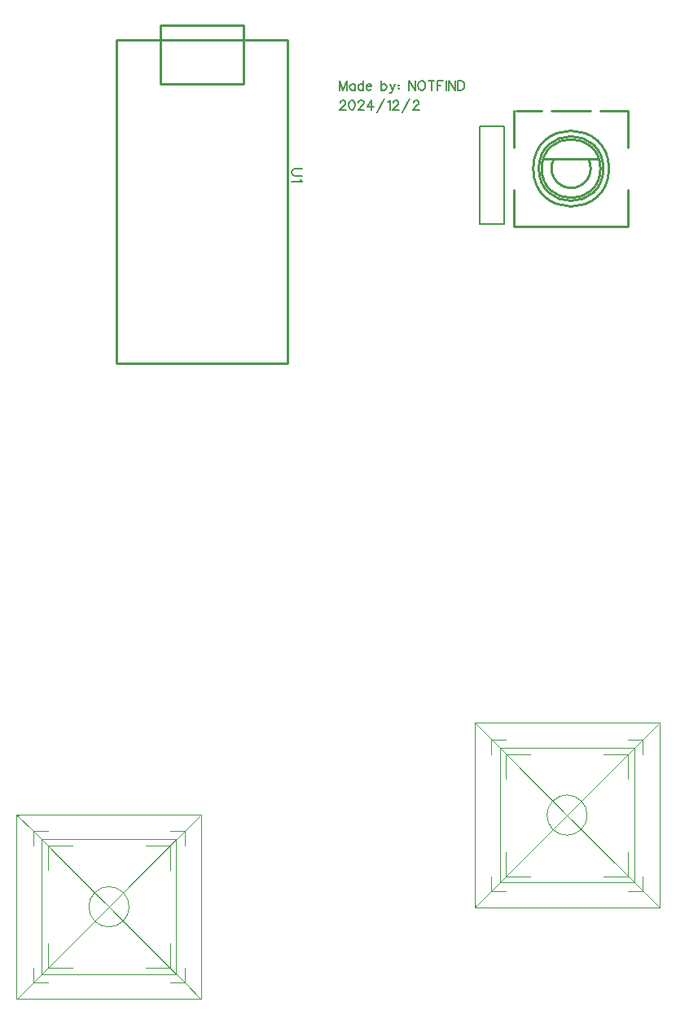
<source format=gto>
G04 Layer: TopSilkscreenLayer*
G04 EasyEDA v6.5.48, 2025-01-23 00:24:19*
G04 679677d7e51945128001c62092012e12,98668e1c1e3843b3a942620e40044077,10*
G04 Gerber Generator version 0.2*
G04 Scale: 100 percent, Rotated: No, Reflected: No *
G04 Dimensions in inches *
G04 leading zeros omitted , absolute positions ,3 integer and 6 decimal *
%FSLAX36Y36*%
%MOIN*%

%ADD10C,0.0080*%
%ADD11C,0.0060*%
%ADD12C,0.0079*%
%ADD13C,0.0100*%
%ADD14C,0.0039*%
%ADD15C,0.0039*%
%ADD16C,0.0059*%
%ADD17C,0.0128*%

%LPD*%
D10*
X1881999Y3942399D02*
G01*
X1881999Y3904200D01*
X1881999Y3942399D02*
G01*
X1896499Y3904200D01*
X1911099Y3942399D02*
G01*
X1896499Y3904200D01*
X1911099Y3942399D02*
G01*
X1911099Y3904200D01*
X1944899Y3929600D02*
G01*
X1944899Y3904200D01*
X1944899Y3924200D02*
G01*
X1941300Y3927800D01*
X1937600Y3929600D01*
X1932200Y3929600D01*
X1928500Y3927800D01*
X1924899Y3924200D01*
X1923100Y3918699D01*
X1923100Y3915100D01*
X1924899Y3909600D01*
X1928500Y3905999D01*
X1932200Y3904200D01*
X1937600Y3904200D01*
X1941300Y3905999D01*
X1944899Y3909600D01*
X1978699Y3942399D02*
G01*
X1978699Y3904200D01*
X1978699Y3924200D02*
G01*
X1975100Y3927800D01*
X1971499Y3929600D01*
X1966000Y3929600D01*
X1962399Y3927800D01*
X1958699Y3924200D01*
X1956899Y3918699D01*
X1956899Y3915100D01*
X1958699Y3909600D01*
X1962399Y3905999D01*
X1966000Y3904200D01*
X1971499Y3904200D01*
X1975100Y3905999D01*
X1978699Y3909600D01*
X1990699Y3918699D02*
G01*
X2012500Y3918699D01*
X2012500Y3922399D01*
X2010699Y3925999D01*
X2008900Y3927800D01*
X2005299Y3929600D01*
X1999799Y3929600D01*
X1996199Y3927800D01*
X1992500Y3924200D01*
X1990699Y3918699D01*
X1990699Y3915100D01*
X1992500Y3909600D01*
X1996199Y3905999D01*
X1999799Y3904200D01*
X2005299Y3904200D01*
X2008900Y3905999D01*
X2012500Y3909600D01*
X2052500Y3942399D02*
G01*
X2052500Y3904200D01*
X2052500Y3924200D02*
G01*
X2056199Y3927800D01*
X2059799Y3929600D01*
X2065299Y3929600D01*
X2068900Y3927800D01*
X2072500Y3924200D01*
X2074399Y3918699D01*
X2074399Y3915100D01*
X2072500Y3909600D01*
X2068900Y3905999D01*
X2065299Y3904200D01*
X2059799Y3904200D01*
X2056199Y3905999D01*
X2052500Y3909600D01*
X2088199Y3929600D02*
G01*
X2099099Y3904200D01*
X2110000Y3929600D02*
G01*
X2099099Y3904200D01*
X2095500Y3896900D01*
X2091800Y3893299D01*
X2088199Y3891500D01*
X2086400Y3891500D01*
X2123800Y3925999D02*
G01*
X2121999Y3924200D01*
X2123800Y3922399D01*
X2125600Y3924200D01*
X2123800Y3925999D01*
X2123800Y3913299D02*
G01*
X2121999Y3911500D01*
X2123800Y3909600D01*
X2125600Y3911500D01*
X2123800Y3913299D01*
X2165600Y3942399D02*
G01*
X2165600Y3904200D01*
X2165600Y3942399D02*
G01*
X2191099Y3904200D01*
X2191099Y3942399D02*
G01*
X2191099Y3904200D01*
X2213999Y3942399D02*
G01*
X2210399Y3940500D01*
X2206700Y3936900D01*
X2204899Y3933299D01*
X2203100Y3927800D01*
X2203100Y3918699D01*
X2204899Y3913299D01*
X2206700Y3909600D01*
X2210399Y3905999D01*
X2213999Y3904200D01*
X2221300Y3904200D01*
X2224899Y3905999D01*
X2228500Y3909600D01*
X2230399Y3913299D01*
X2232200Y3918699D01*
X2232200Y3927800D01*
X2230399Y3933299D01*
X2228500Y3936900D01*
X2224899Y3940500D01*
X2221300Y3942399D01*
X2213999Y3942399D01*
X2256899Y3942399D02*
G01*
X2256899Y3904200D01*
X2244200Y3942399D02*
G01*
X2269600Y3942399D01*
X2281599Y3942399D02*
G01*
X2281599Y3904200D01*
X2281599Y3942399D02*
G01*
X2305299Y3942399D01*
X2281599Y3924200D02*
G01*
X2296199Y3924200D01*
X2317299Y3942399D02*
G01*
X2317299Y3904200D01*
X2329300Y3942399D02*
G01*
X2329300Y3904200D01*
X2329300Y3942399D02*
G01*
X2354700Y3904200D01*
X2354700Y3942399D02*
G01*
X2354700Y3904200D01*
X2366700Y3942399D02*
G01*
X2366700Y3904200D01*
X2366700Y3942399D02*
G01*
X2379499Y3942399D01*
X2384899Y3940500D01*
X2388500Y3936900D01*
X2390399Y3933299D01*
X2392200Y3927800D01*
X2392200Y3918699D01*
X2390399Y3913299D01*
X2388500Y3909600D01*
X2384899Y3905999D01*
X2379499Y3904200D01*
X2366700Y3904200D01*
X1883800Y3853299D02*
G01*
X1883800Y3855100D01*
X1885600Y3858699D01*
X1887500Y3860500D01*
X1891099Y3862399D01*
X1898400Y3862399D01*
X1901999Y3860500D01*
X1903800Y3858699D01*
X1905600Y3855100D01*
X1905600Y3851500D01*
X1903800Y3847800D01*
X1900200Y3842399D01*
X1881999Y3824200D01*
X1907500Y3824200D01*
X1930399Y3862399D02*
G01*
X1924899Y3860500D01*
X1921300Y3855100D01*
X1919499Y3845999D01*
X1919499Y3840500D01*
X1921300Y3831500D01*
X1924899Y3825999D01*
X1930399Y3824200D01*
X1933999Y3824200D01*
X1939499Y3825999D01*
X1943100Y3831500D01*
X1944899Y3840500D01*
X1944899Y3845999D01*
X1943100Y3855100D01*
X1939499Y3860500D01*
X1933999Y3862399D01*
X1930399Y3862399D01*
X1958699Y3853299D02*
G01*
X1958699Y3855100D01*
X1960500Y3858699D01*
X1962399Y3860500D01*
X1966000Y3862399D01*
X1973299Y3862399D01*
X1976899Y3860500D01*
X1978699Y3858699D01*
X1980500Y3855100D01*
X1980500Y3851500D01*
X1978699Y3847800D01*
X1975100Y3842399D01*
X1956899Y3824200D01*
X1982399Y3824200D01*
X2012500Y3862399D02*
G01*
X1994399Y3836900D01*
X2021599Y3836900D01*
X2012500Y3862399D02*
G01*
X2012500Y3824200D01*
X2066400Y3869600D02*
G01*
X2033599Y3811500D01*
X2078400Y3855100D02*
G01*
X2081999Y3856900D01*
X2087500Y3862399D01*
X2087500Y3824200D01*
X2101300Y3853299D02*
G01*
X2101300Y3855100D01*
X2103100Y3858699D01*
X2104899Y3860500D01*
X2108500Y3862399D01*
X2115799Y3862399D01*
X2119499Y3860500D01*
X2121300Y3858699D01*
X2123100Y3855100D01*
X2123100Y3851500D01*
X2121300Y3847800D01*
X2117600Y3842399D01*
X2099499Y3824200D01*
X2124899Y3824200D01*
X2169600Y3869600D02*
G01*
X2136899Y3811500D01*
X2183500Y3853299D02*
G01*
X2183500Y3855100D01*
X2185299Y3858699D01*
X2187100Y3860500D01*
X2190699Y3862399D01*
X2198000Y3862399D01*
X2201599Y3860500D01*
X2203500Y3858699D01*
X2205299Y3855100D01*
X2205299Y3851500D01*
X2203500Y3847800D01*
X2199799Y3842399D01*
X2181599Y3824200D01*
X2207100Y3824200D01*
D11*
X1728400Y3583000D02*
G01*
X1697700Y3583000D01*
X1691599Y3580999D01*
X1687500Y3576900D01*
X1685500Y3570700D01*
X1685500Y3566599D01*
X1687500Y3560500D01*
X1691599Y3556399D01*
X1697700Y3554400D01*
X1728400Y3554400D01*
X1720200Y3540900D02*
G01*
X1722299Y3536799D01*
X1728400Y3530599D01*
X1685500Y3530599D01*
D12*
X2455000Y3756999D02*
G01*
X2555000Y3756999D01*
X2555000Y3356999D01*
X2455000Y3356999D01*
X2455000Y3756999D01*
D13*
X1148000Y4168000D02*
G01*
X1147899Y4168000D01*
X1488100Y4168000D01*
X1488100Y3928000D01*
X1147899Y3928000D01*
X1148000Y4168000D01*
X968000Y4108000D02*
G01*
X1668000Y4108000D01*
X1668000Y2785050D01*
X968000Y2785050D01*
X968000Y4108000D01*
X3061252Y3346754D02*
G01*
X2596685Y3346754D01*
X2718968Y3622975D02*
G01*
X2938968Y3622975D01*
X2596685Y3346754D02*
G01*
X2596685Y3497471D01*
X2596685Y3668479D02*
G01*
X2596685Y3819196D01*
X2604969Y3819196D02*
G01*
X2708269Y3819196D01*
X2749669Y3819196D02*
G01*
X2908269Y3819196D01*
X2949669Y3819196D02*
G01*
X3061252Y3819196D01*
X3061252Y3819196D02*
G01*
X3061252Y3668481D01*
X3061252Y3497467D02*
G01*
X3061252Y3346754D01*
D14*
X687454Y412130D02*
G01*
X687454Y312130D01*
X787454Y312130D01*
D15*
X562520Y187510D02*
G01*
X879185Y504176D01*
X995856Y620850D02*
G01*
X1312520Y937510D01*
X661930Y838103D02*
G01*
X1213112Y838103D01*
X1315474Y184562D02*
G01*
X559566Y184562D01*
X1315474Y940464D02*
G01*
X559566Y940464D01*
X1213155Y838130D02*
G01*
X1213155Y740731D01*
X1213155Y286930D01*
X661954Y286930D01*
X661930Y286920D02*
G01*
X937520Y562510D01*
X627520Y872510D02*
G01*
X879185Y620850D01*
X1247520Y252510D02*
G01*
X1312520Y187510D01*
X995856Y504176D02*
G01*
X1045348Y454124D01*
X661930Y838103D02*
G01*
X937520Y562510D01*
X879185Y620850D02*
G01*
X937520Y562510D01*
X1079129Y420338D02*
G01*
X1247520Y252510D01*
X879185Y504176D02*
G01*
X937520Y562510D01*
X995856Y504176D01*
X937520Y562510D02*
G01*
X995856Y620850D01*
X937520Y562510D02*
G01*
X1213112Y838103D01*
X661930Y286920D02*
G01*
X661930Y838103D01*
X1315474Y940464D02*
G01*
X1315474Y184562D01*
X937520Y562510D02*
G01*
X1213112Y286920D01*
X687520Y252510D02*
G01*
X627520Y252510D01*
X627520Y312510D01*
X1247520Y252510D02*
G01*
X1187520Y252510D01*
X1247520Y252510D02*
G01*
X1247520Y312510D01*
X627520Y812510D02*
G01*
X627520Y872510D01*
X687520Y872510D01*
X559566Y940464D02*
G01*
X559566Y184562D01*
X562520Y937510D02*
G01*
X627520Y872510D01*
X1187520Y872510D02*
G01*
X1247520Y872510D01*
X1247520Y812510D01*
D14*
X1187455Y712130D02*
G01*
X1187455Y812130D01*
X1087455Y812130D01*
X787454Y812130D02*
G01*
X687454Y812130D01*
X687454Y712130D01*
X1187455Y412130D02*
G01*
X1187455Y312130D01*
X1087455Y312130D01*
X2962910Y687478D02*
G01*
X3062910Y687478D01*
X3062910Y787478D01*
D15*
X3187529Y562545D02*
G01*
X2870864Y879209D01*
X2754188Y995880D02*
G01*
X2437529Y1312545D01*
X2536935Y661954D02*
G01*
X2536935Y1213135D01*
X3190478Y1315498D02*
G01*
X3190478Y559591D01*
X2434575Y1315498D02*
G01*
X2434575Y559591D01*
X2536908Y1213180D02*
G01*
X2634309Y1213180D01*
X3088109Y1213180D01*
X3088109Y661979D01*
X3088119Y661954D02*
G01*
X2812529Y937545D01*
X2502529Y627545D02*
G01*
X2754188Y879209D01*
X3122529Y1247545D02*
G01*
X3187529Y1312545D01*
X2870864Y995880D02*
G01*
X2920915Y1045372D01*
X2536935Y661954D02*
G01*
X2812529Y937545D01*
X2754188Y879209D02*
G01*
X2812529Y937545D01*
X2954701Y1079153D02*
G01*
X3122529Y1247545D01*
X2870864Y879209D02*
G01*
X2812529Y937545D01*
X2870864Y995880D01*
X2812529Y937545D02*
G01*
X2754188Y995880D01*
X2812529Y937545D02*
G01*
X2536935Y1213135D01*
X3088119Y661954D02*
G01*
X2536935Y661954D01*
X2434575Y1315498D02*
G01*
X3190478Y1315498D01*
X2812529Y937545D02*
G01*
X3088119Y1213135D01*
X3122529Y687545D02*
G01*
X3122529Y627545D01*
X3062529Y627545D01*
X3122529Y1247545D02*
G01*
X3122529Y1187545D01*
X3122529Y1247545D02*
G01*
X3062529Y1247545D01*
X2562529Y627545D02*
G01*
X2502529Y627545D01*
X2502529Y687545D01*
X2434575Y559591D02*
G01*
X3190478Y559591D01*
X2437529Y562545D02*
G01*
X2502529Y627545D01*
X2502529Y1187545D02*
G01*
X2502529Y1247545D01*
X2562529Y1247545D01*
D14*
X2662910Y1187478D02*
G01*
X2562910Y1187478D01*
X2562910Y1087478D01*
X2562910Y787478D02*
G01*
X2562910Y687478D01*
X2662910Y687478D01*
X2962910Y1187478D02*
G01*
X3062910Y1187478D01*
X3062910Y1087478D01*
D13*
G75*
G01*
X2898969Y3622975D02*
G02*
X2758969Y3622975I-70000J-39135D01*
D15*
G75*
G01*
X879184Y504175D02*
G03*
X995856Y504175I58336J58337D01*
G75*
G01*
X995855Y620849D02*
G03*
X879183Y620849I-58336J-58337D01*
G75*
G01*
X879183Y620849D02*
G03*
X879183Y504176I58336J-58336D01*
G75*
G01*
X995855Y504176D02*
G03*
X995855Y620849I-58336J58337D01*
G75*
G01*
X2870865Y879208D02*
G03*
X2870865Y995880I-58337J58336D01*
G75*
G01*
X2754191Y995879D02*
G03*
X2754191Y879207I58337J-58336D01*
G75*
G01*
X2754191Y879207D02*
G03*
X2870864Y879207I58336J58336D01*
G75*
G01*
X2870864Y995879D02*
G03*
X2754191Y995879I-58337J-58336D01*
D13*
G75*
G01
X2983970Y3582970D02*
G03X2983970Y3582970I-155000J0D01*
G75*
G01
X2960970Y3582970D02*
G03X2960970Y3582970I-132000J0D01*
G75*
G01
X2948970Y3582970D02*
G03X2948970Y3582970I-120000J0D01*
D16*
G75*
G01
X567490Y934870D02*
G03X567490Y934870I-3000J0D01*
G75*
G01
X2443170Y564510D02*
G03X2443170Y564510I-3000J0D01*
M02*

</source>
